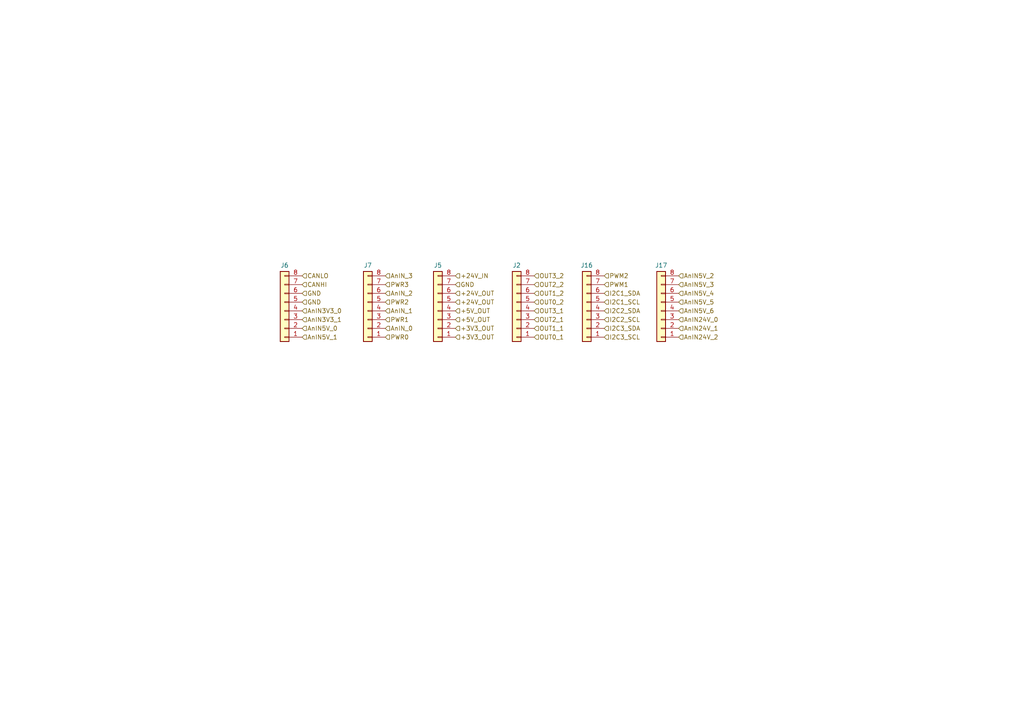
<source format=kicad_sch>
(kicad_sch (version 20231120) (generator "eeschema") (generator_version "8.0")
  (paper "A4")
  (lib_symbols
    (symbol "Connector_Generic:Conn_01x08" (pin_names (offset 1.016) hide)
      (property "Reference" "J" (at 0 10.16 0))
      (property "Value" "Conn_01x08" (at 0 -12.7 0))
      (symbol "Conn_01x08_1_1"
        (rectangle (start -1.27 -10.033) (end 0 -10.287) (stroke (width 0.1524)))
        (rectangle (start -1.27 -7.493) (end 0 -7.747) (stroke (width 0.1524)))
        (rectangle (start -1.27 -4.953) (end 0 -5.207) (stroke (width 0.1524)))
        (rectangle (start -1.27 -2.413) (end 0 -2.667) (stroke (width 0.1524)))
        (rectangle (start -1.27 0.127) (end 0 -0.127) (stroke (width 0.1524)))
        (rectangle (start -1.27 2.667) (end 0 2.413) (stroke (width 0.1524)))
        (rectangle (start -1.27 5.207) (end 0 4.953) (stroke (width 0.1524)))
        (rectangle (start -1.27 7.747) (end 0 7.493) (stroke (width 0.1524)))
        (rectangle (start -1.27 8.89) (end 1.27 -11.43) (stroke (width 0.254)) (fill (type background)))
        (pin passive line (at -5.08 7.62 0) (length 3.81) (name "Pin_1") (number "1"))
        (pin passive line (at -5.08 5.08 0) (length 3.81) (name "Pin_2") (number "2"))
        (pin passive line (at -5.08 2.54 0) (length 3.81) (name "Pin_3") (number "3"))
        (pin passive line (at -5.08 0 0) (length 3.81) (name "Pin_4") (number "4"))
        (pin passive line (at -5.08 -2.54 0) (length 3.81) (name "Pin_5") (number "5"))
        (pin passive line (at -5.08 -5.08 0) (length 3.81) (name "Pin_6") (number "6"))
        (pin passive line (at -5.08 -7.62 0) (length 3.81) (name "Pin_7") (number "7"))
        (pin passive line (at -5.08 -10.16 0) (length 3.81) (name "Pin_8") (number "8"))
      )
    )
  )
  (hierarchical_label "OUT2_1" (shape input) (at 154.94 92.71 0))
  (hierarchical_label "OUT3_2" (shape input) (at 154.94 80.01 0))
  (hierarchical_label "+24V_IN" (shape input) (at 132.08 80.01 0))
  (hierarchical_label "AnIN5V_2" (shape input) (at 196.85 80.01 0))
  (hierarchical_label "+5V_OUT" (shape input) (at 132.08 90.17 0))
  (hierarchical_label "AnIN24V_2" (shape input) (at 196.85 97.79 0))
  (hierarchical_label "PWR2" (shape input) (at 111.76 87.63 0))
  (hierarchical_label "+5V_OUT" (shape input) (at 132.08 92.71 0))
  (hierarchical_label "OUT1_2" (shape input) (at 154.94 85.09 0))
  (hierarchical_label "GND" (shape input) (at 87.63 85.09 0))
  (hierarchical_label "AnIN24V_1" (shape input) (at 196.85 95.25 0))
  (hierarchical_label "GND" (shape input) (at 87.63 87.63 0))
  (hierarchical_label "OUT0_2" (shape input) (at 154.94 87.63 0))
  (hierarchical_label "+24V_OUT" (shape input) (at 132.08 87.63 0))
  (hierarchical_label "I2C2_SDA" (shape input) (at 175.26 90.17 0))
  (hierarchical_label "AnIN_3" (shape input) (at 111.76 80.01 0))
  (hierarchical_label "AnIN_2" (shape input) (at 111.76 85.09 0))
  (hierarchical_label "AnIN_1" (shape input) (at 111.76 90.17 0))
  (hierarchical_label "AnIN3V3_0" (shape input) (at 87.63 90.17 0))
  (hierarchical_label "AnIN3V3_1" (shape input) (at 87.63 92.71 0))
  (hierarchical_label "AnIN5V_3" (shape input) (at 196.85 82.55 0))
  (hierarchical_label "I2C3_SCL" (shape input) (at 175.26 97.79 0))
  (hierarchical_label "AnIN5V_6" (shape input) (at 196.85 90.17 0))
  (hierarchical_label "GND" (shape input) (at 132.08 82.55 0))
  (hierarchical_label "PWR3" (shape input) (at 111.76 82.55 0))
  (hierarchical_label "OUT2_2" (shape input) (at 154.94 82.55 0))
  (hierarchical_label "AnIN5V_0" (shape input) (at 87.63 95.25 0))
  (hierarchical_label "OUT1_1" (shape input) (at 154.94 95.25 0))
  (hierarchical_label "I2C2_SCL" (shape input) (at 175.26 92.71 0))
  (hierarchical_label "CANHI" (shape input) (at 87.63 82.55 0))
  (hierarchical_label "+3V3_OUT" (shape input) (at 132.08 97.79 0))
  (hierarchical_label "AnIN5V_5" (shape input) (at 196.85 87.63 0))
  (hierarchical_label "I2C1_SDA" (shape input) (at 175.26 85.09 0))
  (hierarchical_label "AnIN_0" (shape input) (at 111.76 95.25 0))
  (hierarchical_label "AnIN5V_1" (shape input) (at 87.63 97.79 0))
  (hierarchical_label "PWR1" (shape input) (at 111.76 92.71 0))
  (hierarchical_label "OUT3_1" (shape input) (at 154.94 90.17 0))
  (hierarchical_label "PWR0" (shape input) (at 111.76 97.79 0))
  (hierarchical_label "+24V_OUT" (shape input) (at 132.08 85.09 0))
  (hierarchical_label "+3V3_OUT" (shape input) (at 132.08 95.25 0))
  (hierarchical_label "OUT0_1" (shape input) (at 154.94 97.79 0))
  (hierarchical_label "PWM2" (shape input) (at 175.26 80.01 0))
  (hierarchical_label "I2C1_SCL" (shape input) (at 175.26 87.63 0))
  (hierarchical_label "I2C3_SDA" (shape input) (at 175.26 95.25 0))
  (hierarchical_label "PWM1" (shape input) (at 175.26 82.55 0))
  (hierarchical_label "AnIN24V_0" (shape input) (at 196.85 92.71 0))
  (hierarchical_label "AnIN5V_4" (shape input) (at 196.85 85.09 0))
  (hierarchical_label "CANLO" (shape input) (at 87.63 80.01 0))
  (symbol (lib_id "Connector_Generic:Conn_01x08") (at 170.18 90.17 180) (unit 1)
    (property "Reference" "J16" (at 170.18 76.962 0))
    (property "Value" "Conn_01x08" (effects (hide yes)))
    (property "Footprint" "Connector_PinSocket_2.54mm:PinSocket_1x08_P2.54mm_Vertical" (effects (hide yes)))
    (property "Description" "Generic connector, single row, 01x08, script generated (kicad-library-utils/schlib/autogen/connector/)" (effects (hide yes)))
  )
  (symbol (lib_id "Connector_Generic:Conn_01x08") (at 106.68 90.17 180) (unit 1)
    (property "Reference" "J7" (at 106.68 76.962 0))
    (property "Value" "Conn_01x08" (effects (hide yes)))
    (property "Footprint" "Connector_PinSocket_2.54mm:PinSocket_1x08_P2.54mm_Vertical" (effects (hide yes)))
    (property "Description" "Generic connector, single row, 01x08, script generated (kicad-library-utils/schlib/autogen/connector/)" (effects (hide yes)))
  )
  (symbol (lib_id "Connector_Generic:Conn_01x08") (at 149.86 90.17 180) (unit 1)
    (property "Reference" "J2" (at 149.86 76.962 0))
    (property "Value" "Conn_01x08" (effects (hide yes)))
    (property "Footprint" "Connector_PinSocket_2.54mm:PinSocket_1x08_P2.54mm_Vertical" (effects (hide yes)))
    (property "Description" "Generic connector, single row, 01x08, script generated (kicad-library-utils/schlib/autogen/connector/)" (effects (hide yes)))
  )
  (symbol (lib_id "Connector_Generic:Conn_01x08") (at 82.55 90.17 180) (unit 1)
    (property "Reference" "J6" (at 82.55 76.962 0))
    (property "Value" "Conn_01x08" (effects (hide yes)))
    (property "Footprint" "Connector_PinSocket_2.54mm:PinSocket_1x08_P2.54mm_Vertical" (effects (hide yes)))
    (property "Description" "Generic connector, single row, 01x08, script generated (kicad-library-utils/schlib/autogen/connector/)" (effects (hide yes)))
  )
  (symbol (lib_id "Connector_Generic:Conn_01x08") (at 191.77 90.17 180) (unit 1)
    (property "Reference" "J17" (at 191.77 76.962 0))
    (property "Value" "Conn_01x08" (effects (hide yes)))
    (property "Footprint" "Connector_PinSocket_2.54mm:PinSocket_1x08_P2.54mm_Vertical" (effects (hide yes)))
    (property "Description" "Generic connector, single row, 01x08, script generated (kicad-library-utils/schlib/autogen/connector/)" (effects (hide yes)))
  )
  (symbol (lib_id "Connector_Generic:Conn_01x08") (at 127 90.17 180) (unit 1)
    (property "Reference" "J5" (at 127 76.962 0))
    (property "Value" "Conn_01x08" (effects (hide yes)))
    (property "Footprint" "Connector_PinSocket_2.54mm:PinSocket_1x08_P2.54mm_Vertical" (effects (hide yes)))
    (property "Description" "Generic connector, single row, 01x08, script generated (kicad-library-utils/schlib/autogen/connector/)" (effects (hide yes)))
  )
)
</source>
